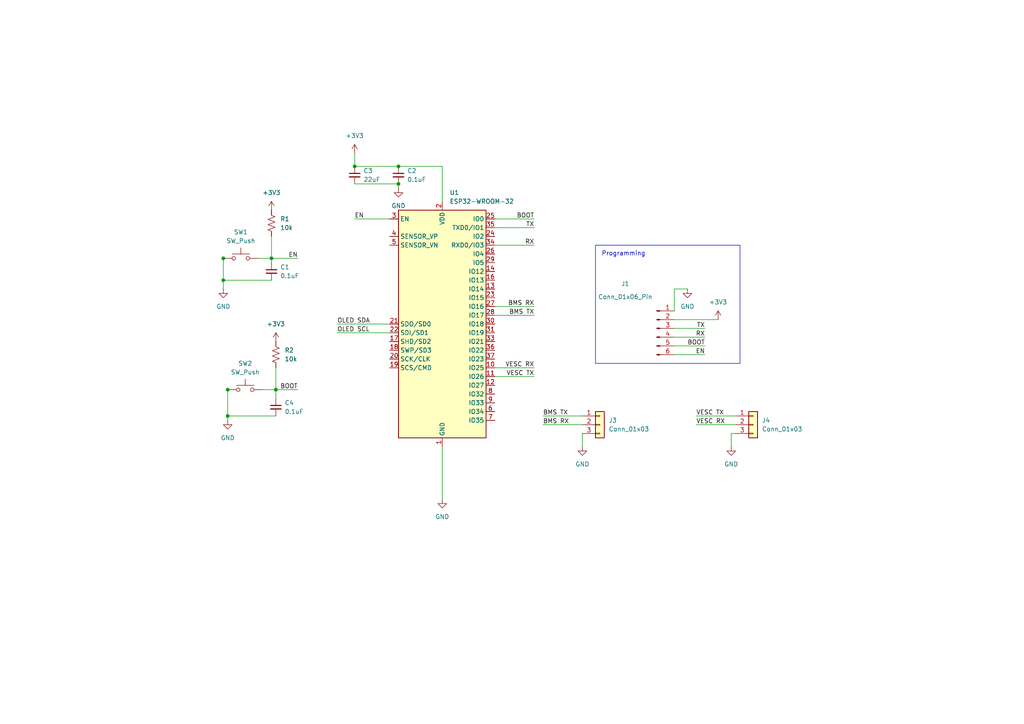
<source format=kicad_sch>
(kicad_sch (version 20250114) (generator "eeschema") (generator_version "9.0")
  (paper "A4")
  (lib_symbols
    (symbol "Connector:Conn_01x06_Pin" (pin_names (offset 1.016) (hide yes))
      (property "Reference" "J" (at 0 7.62 0))
      (property "Value" "Conn_01x06_Pin" (at 0 -10.16 0))
      (symbol "Conn_01x06_Pin_1_1"
        (rectangle (start 0.8636 5.207) (end 0 4.953) (stroke (width 0.1524)) (fill (type outline)))
        (rectangle (start 0.8636 2.667) (end 0 2.413) (stroke (width 0.1524)) (fill (type outline)))
        (rectangle (start 0.8636 0.127) (end 0 -0.127) (stroke (width 0.1524)) (fill (type outline)))
        (rectangle (start 0.8636 -2.413) (end 0 -2.667) (stroke (width 0.1524)) (fill (type outline)))
        (rectangle (start 0.8636 -4.953) (end 0 -5.207) (stroke (width 0.1524)) (fill (type outline)))
        (rectangle (start 0.8636 -7.493) (end 0 -7.747) (stroke (width 0.1524)) (fill (type outline)))
        (polyline (pts (xy 1.27 5.08) (xy 0.8636 5.08)) (stroke (width 0.1524)))
        (polyline (pts (xy 1.27 2.54) (xy 0.8636 2.54)) (stroke (width 0.1524)))
        (polyline (pts (xy 1.27 0) (xy 0.8636 0)) (stroke (width 0.1524)))
        (polyline (pts (xy 1.27 -2.54) (xy 0.8636 -2.54)) (stroke (width 0.1524)))
        (polyline (pts (xy 1.27 -5.08) (xy 0.8636 -5.08)) (stroke (width 0.1524)))
        (polyline (pts (xy 1.27 -7.62) (xy 0.8636 -7.62)) (stroke (width 0.1524)))
        (pin passive line (at 5.08 5.08 180) (length 3.81) (name "Pin_1") (number "1"))
        (pin passive line (at 5.08 2.54 180) (length 3.81) (name "Pin_2") (number "2"))
        (pin passive line (at 5.08 0 180) (length 3.81) (name "Pin_3") (number "3"))
        (pin passive line (at 5.08 -2.54 180) (length 3.81) (name "Pin_4") (number "4"))
        (pin passive line (at 5.08 -5.08 180) (length 3.81) (name "Pin_5") (number "5"))
        (pin passive line (at 5.08 -7.62 180) (length 3.81) (name "Pin_6") (number "6"))
      )
    )
    (symbol "Connector_Generic:Conn_01x03" (pin_names (offset 1.016) (hide yes))
      (property "Reference" "J" (at 0 5.08 0))
      (property "Value" "Conn_01x03" (at 0 -5.08 0))
      (symbol "Conn_01x03_1_1"
        (rectangle (start -1.27 3.81) (end 1.27 -3.81) (stroke (width 0.254)) (fill (type background)))
        (rectangle (start -1.27 2.667) (end 0 2.413) (stroke (width 0.1524)))
        (rectangle (start -1.27 0.127) (end 0 -0.127) (stroke (width 0.1524)))
        (rectangle (start -1.27 -2.413) (end 0 -2.667) (stroke (width 0.1524)))
        (pin passive line (at -5.08 2.54 0) (length 3.81) (name "Pin_1") (number "1"))
        (pin passive line (at -5.08 0 0) (length 3.81) (name "Pin_2") (number "2"))
        (pin passive line (at -5.08 -2.54 0) (length 3.81) (name "Pin_3") (number "3"))
      )
    )
    (symbol "Device:C_Small" (pin_numbers (hide yes)) (pin_names (offset 0.254) (hide yes))
      (property "Reference" "C" (at 0.254 1.778 0))
      (property "Value" "C_Small" (at 0.254 -2.032 0))
      (symbol "C_Small_0_1"
        (polyline (pts (xy -1.524 0.508) (xy 1.524 0.508)) (stroke (width 0.3048)))
        (polyline (pts (xy -1.524 -0.508) (xy 1.524 -0.508)) (stroke (width 0.3302)))
      )
      (symbol "C_Small_1_1"
        (pin passive line (at 0 2.54 270) (length 2.032) (name "~") (number "1"))
        (pin passive line (at 0 -2.54 90) (length 2.032) (name "~") (number "2"))
      )
    )
    (symbol "Device:R_US" (pin_numbers (hide yes)) (pin_names (offset 0))
      (property "Reference" "R" (at 2.54 0 90))
      (property "Value" "R_US" (at -2.54 0 90))
      (symbol "R_US_0_1"
        (polyline (pts (xy 0 2.286) (xy 0 2.54)))
        (polyline (pts (xy 0 2.286) (xy 1.016 1.905) (xy 0 1.524) (xy -1.016 1.143) (xy 0 0.762)))
        (polyline (pts (xy 0 0.762) (xy 1.016 0.381) (xy 0 0) (xy -1.016 -0.381) (xy 0 -0.762)))
        (polyline (pts (xy 0 -0.762) (xy 1.016 -1.143) (xy 0 -1.524) (xy -1.016 -1.905) (xy 0 -2.286)))
        (polyline (pts (xy 0 -2.286) (xy 0 -2.54)))
      )
      (symbol "R_US_1_1"
        (pin passive line (at 0 3.81 270) (length 1.27) (name "~") (number "1"))
        (pin passive line (at 0 -3.81 90) (length 1.27) (name "~") (number "2"))
      )
    )
    (symbol "RF_Module:ESP32-WROOM-32"
      (property "Reference" "U" (at -12.7 34.29 0))
      (property "Value" "ESP32-WROOM-32" (at 1.27 34.29 0))
      (symbol "ESP32-WROOM-32_0_1"
        (rectangle (start -12.7 33.02) (end 12.7 -33.02) (stroke (width 0.254)) (fill (type background)))
      )
      (symbol "ESP32-WROOM-32_1_1"
        (pin input line (at -15.24 30.48 0) (length 2.54) (name "EN") (number "3"))
        (pin input line (at -15.24 25.4 0) (length 2.54) (name "SENSOR_VP") (number "4"))
        (pin input line (at -15.24 22.86 0) (length 2.54) (name "SENSOR_VN") (number "5"))
        (pin bidirectional line (at -15.24 0 0) (length 2.54) (name "SDO/SD0") (number "21"))
        (pin bidirectional line (at -15.24 -2.54 0) (length 2.54) (name "SDI/SD1") (number "22"))
        (pin bidirectional line (at -15.24 -5.08 0) (length 2.54) (name "SHD/SD2") (number "17"))
        (pin bidirectional line (at -15.24 -7.62 0) (length 2.54) (name "SWP/SD3") (number "18"))
        (pin bidirectional line (at -15.24 -10.16 0) (length 2.54) (name "SCK/CLK") (number "20"))
        (pin bidirectional line (at -15.24 -12.7 0) (length 2.54) (name "SCS/CMD") (number "19"))
        (pin no_connect line (at -12.7 -27.94 0) (length 2.54) (hide yes) (name "NC") (number "32"))
        (pin power_in line (at 0 35.56 270) (length 2.54) (name "VDD") (number "2"))
        (pin power_in line (at 0 -35.56 90) (length 2.54) (name "GND") (number "1"))
        (pin passive line (at 0 -35.56 90) (length 2.54) (hide yes) (name "GND") (number "15"))
        (pin passive line (at 0 -35.56 90) (length 2.54) (hide yes) (name "GND") (number "38"))
        (pin passive line (at 0 -35.56 90) (length 2.54) (hide yes) (name "GND") (number "39"))
        (pin bidirectional line (at 15.24 30.48 180) (length 2.54) (name "IO0") (number "25"))
        (pin bidirectional line (at 15.24 27.94 180) (length 2.54) (name "TXD0/IO1") (number "35"))
        (pin bidirectional line (at 15.24 25.4 180) (length 2.54) (name "IO2") (number "24"))
        (pin bidirectional line (at 15.24 22.86 180) (length 2.54) (name "RXD0/IO3") (number "34"))
        (pin bidirectional line (at 15.24 20.32 180) (length 2.54) (name "IO4") (number "26"))
        (pin bidirectional line (at 15.24 17.78 180) (length 2.54) (name "IO5") (number "29"))
        (pin bidirectional line (at 15.24 15.24 180) (length 2.54) (name "IO12") (number "14"))
        (pin bidirectional line (at 15.24 12.7 180) (length 2.54) (name "IO13") (number "16"))
        (pin bidirectional line (at 15.24 10.16 180) (length 2.54) (name "IO14") (number "13"))
        (pin bidirectional line (at 15.24 7.62 180) (length 2.54) (name "IO15") (number "23"))
        (pin bidirectional line (at 15.24 5.08 180) (length 2.54) (name "IO16") (number "27"))
        (pin bidirectional line (at 15.24 2.54 180) (length 2.54) (name "IO17") (number "28"))
        (pin bidirectional line (at 15.24 0 180) (length 2.54) (name "IO18") (number "30"))
        (pin bidirectional line (at 15.24 -2.54 180) (length 2.54) (name "IO19") (number "31"))
        (pin bidirectional line (at 15.24 -5.08 180) (length 2.54) (name "IO21") (number "33"))
        (pin bidirectional line (at 15.24 -7.62 180) (length 2.54) (name "IO22") (number "36"))
        (pin bidirectional line (at 15.24 -10.16 180) (length 2.54) (name "IO23") (number "37"))
        (pin bidirectional line (at 15.24 -12.7 180) (length 2.54) (name "IO25") (number "10"))
        (pin bidirectional line (at 15.24 -15.24 180) (length 2.54) (name "IO26") (number "11"))
        (pin bidirectional line (at 15.24 -17.78 180) (length 2.54) (name "IO27") (number "12"))
        (pin bidirectional line (at 15.24 -20.32 180) (length 2.54) (name "IO32") (number "8"))
        (pin bidirectional line (at 15.24 -22.86 180) (length 2.54) (name "IO33") (number "9"))
        (pin input line (at 15.24 -25.4 180) (length 2.54) (name "IO34") (number "6"))
        (pin input line (at 15.24 -27.94 180) (length 2.54) (name "IO35") (number "7"))
      )
    )
    (symbol "Switch:SW_Push" (pin_numbers (hide yes)) (pin_names (offset 1.016) (hide yes))
      (property "Reference" "SW" (at 1.27 2.54 0))
      (property "Value" "SW_Push" (at 0 -1.524 0))
      (symbol "SW_Push_0_1"
        (circle (center -2.032 0) (radius 0.508))
        (polyline (pts (xy 0 1.27) (xy 0 3.048)))
        (circle (center 2.032 0) (radius 0.508))
        (polyline (pts (xy 2.54 1.27) (xy -2.54 1.27)))
        (pin passive line (at -5.08 0 0) (length 2.54) (name "1") (number "1"))
        (pin passive line (at 5.08 0 180) (length 2.54) (name "2") (number "2"))
      )
    )
    (symbol "power:+3V3" (power) (pin_numbers (hide yes)) (pin_names (offset 0) (hide yes))
      (property "Value" "+3V3" (at 0 3.556 0))
      (symbol "+3V3_0_1"
        (polyline (pts (xy -0.762 1.27) (xy 0 2.54)))
        (polyline (pts (xy 0 2.54) (xy 0.762 1.27)))
        (polyline (pts (xy 0 0) (xy 0 2.54)))
      )
      (symbol "+3V3_1_1"
        (pin power_in line (at 0 0 90) (length 0) (name "~") (number "1"))
      )
    )
    (symbol "power:GND" (power) (pin_numbers (hide yes)) (pin_names (offset 0) (hide yes))
      (property "Value" "GND" (at 0 -3.81 0))
      (symbol "GND_0_1"
        (polyline (pts (xy 0 0) (xy 0 -1.27) (xy 1.27 -1.27) (xy 0 -2.54) (xy -1.27 -1.27) (xy 0 -1.27)))
      )
      (symbol "GND_1_1"
        (pin power_in line (at 0 0 270) (length 0) (name "~") (number "1"))
      )
    )
  )
  (rectangle (start 172.72 71.12) (end 214.63 105.41))
  (text "Programming" (at 180.848 73.66 0) (effects (font (size 1.27 1.27))))
  (junction (at 80.01 113.03))
  (junction (at 64.77 81.28))
  (junction (at 66.04 113.03))
  (junction (at 64.77 74.93))
  (junction (at 115.57 53.34))
  (junction (at 102.87 48.26))
  (junction (at 78.74 74.93))
  (junction (at 66.04 120.65))
  (junction (at 115.57 48.26))
  (wire (pts (xy 66.04 113.03) (xy 66.04 120.65)))
  (wire (pts (xy 78.74 74.93) (xy 86.36 74.93)))
  (wire (pts (xy 143.51 66.04) (xy 154.94 66.04)))
  (wire (pts (xy 195.58 102.87) (xy 204.47 102.87)))
  (wire (pts (xy 102.87 53.34) (xy 115.57 53.34)))
  (wire (pts (xy 78.74 81.28) (xy 64.77 81.28)))
  (wire (pts (xy 143.51 88.9) (xy 154.94 88.9)))
  (wire (pts (xy 97.79 93.98) (xy 113.03 93.98)))
  (wire (pts (xy 195.58 100.33) (xy 204.47 100.33)))
  (wire (pts (xy 143.51 63.5) (xy 154.94 63.5)))
  (wire (pts (xy 64.77 81.28) (xy 64.77 83.82)))
  (wire (pts (xy 195.58 95.25) (xy 204.47 95.25)))
  (wire (pts (xy 157.48 123.19) (xy 168.91 123.19)))
  (wire (pts (xy 102.87 48.26) (xy 115.57 48.26)))
  (wire (pts (xy 80.01 113.03) (xy 86.36 113.03)))
  (wire (pts (xy 66.04 113.03) (xy 67.31 113.03)))
  (wire (pts (xy 66.04 120.65) (xy 80.01 120.65)))
  (wire (pts (xy 66.04 120.65) (xy 66.04 121.92)))
  (wire (pts (xy 97.79 96.52) (xy 113.03 96.52)))
  (wire (pts (xy 143.51 71.12) (xy 154.94 71.12)))
  (wire (pts (xy 64.77 81.28) (xy 64.77 74.93)))
  (wire (pts (xy 195.58 97.79) (xy 204.47 97.79)))
  (wire (pts (xy 128.27 129.54) (xy 128.27 144.78)))
  (wire (pts (xy 195.58 92.71) (xy 208.28 92.71)))
  (wire (pts (xy 80.01 113.03) (xy 76.2 113.03)))
  (wire (pts (xy 102.87 63.5) (xy 113.03 63.5)))
  (wire (pts (xy 143.51 109.22) (xy 154.94 109.22)))
  (wire (pts (xy 212.09 125.73) (xy 213.36 125.73)))
  (wire (pts (xy 195.58 83.82) (xy 199.39 83.82)))
  (wire (pts (xy 195.58 90.17) (xy 195.58 83.82)))
  (wire (pts (xy 128.27 48.26) (xy 128.27 58.42)))
  (wire (pts (xy 74.93 74.93) (xy 78.74 74.93)))
  (wire (pts (xy 115.57 53.34) (xy 115.57 54.61)))
  (wire (pts (xy 212.09 129.54) (xy 212.09 125.73)))
  (wire (pts (xy 78.74 68.58) (xy 78.74 74.93)))
  (wire (pts (xy 168.91 129.54) (xy 168.91 125.73)))
  (wire (pts (xy 143.51 106.68) (xy 154.94 106.68)))
  (wire (pts (xy 64.77 74.93) (xy 66.04 74.93)))
  (wire (pts (xy 78.74 74.93) (xy 78.74 76.2)))
  (wire (pts (xy 157.48 120.65) (xy 168.91 120.65)))
  (wire (pts (xy 115.57 48.26) (xy 128.27 48.26)))
  (wire (pts (xy 201.93 120.65) (xy 213.36 120.65)))
  (wire (pts (xy 102.87 44.45) (xy 102.87 48.26)))
  (wire (pts (xy 143.51 91.44) (xy 154.94 91.44)))
  (wire (pts (xy 80.01 113.03) (xy 80.01 115.57)))
  (wire (pts (xy 80.01 106.68) (xy 80.01 113.03)))
  (wire (pts (xy 201.93 123.19) (xy 213.36 123.19)))
  (label "BOOT" (at 204.47 100.33 180))
  (label "BMS TX" (at 154.94 91.44 180))
  (label "EN" (at 86.36 74.93 180))
  (label "VESC TX" (at 154.94 109.22 180))
  (label "VESC RX" (at 201.93 123.19 0))
  (label "VESC TX" (at 201.93 120.65 0))
  (label "TX" (at 204.47 95.25 180))
  (label "BMS RX" (at 154.94 88.9 180))
  (label "OLED SCL" (at 97.79 96.52 0))
  (label "OLED SDA" (at 97.79 93.98 0))
  (label "EN" (at 204.47 102.87 180))
  (label "VESC RX" (at 154.94 106.68 180))
  (label "RX" (at 154.94 71.12 180))
  (label "BMS TX" (at 157.48 120.65 0))
  (label "TX" (at 154.94 66.04 180))
  (label "RX" (at 204.47 97.79 180))
  (label "BOOT" (at 154.94 63.5 180))
  (label "EN" (at 102.87 63.5 0))
  (label "BMS RX" (at 157.48 123.19 0))
  (label "BOOT" (at 86.36 113.03 180))
  (symbol (lib_id "Switch:SW_Push") (at 71.12 113.03 0) (unit 1)
    (property "Reference" "SW2" (at 71.12 105.41 0))
    (property "Value" "SW_Push" (at 71.12 107.95 0))
    (property "Description" "Push button switch, generic, two pins" (effects (hide yes)))
  )
  (symbol (lib_id "Connector:Conn_01x06_Pin") (at 190.5 95.25 0) (unit 1)
    (property "Reference" "J1" (at 181.356 82.296 0))
    (property "Value" "Conn_01x06_Pin" (at 181.356 86.106 0))
    (property "Description" "Generic connector, single row, 01x06, script generated" (effects (hide yes)))
  )
  (symbol (lib_id "power:+3V3") (at 102.87 44.45 0) (unit 1)
    (property "Reference" "#PWR01" (effects (hide yes)))
    (property "Value" "+3V3" (at 102.87 39.37 0))
    (property "Description" "Power symbol creates a global label with name \"+3V3\"" (effects (hide yes)))
  )
  (symbol (lib_id "power:+3V3") (at 80.01 99.06 0) (unit 1)
    (property "Reference" "#PWR012" (effects (hide yes)))
    (property "Value" "+3V3" (at 80.01 93.98 0))
    (property "Description" "Power symbol creates a global label with name \"+3V3\"" (effects (hide yes)))
  )
  (symbol (lib_id "Connector_Generic:Conn_01x03") (at 173.99 123.19 0) (unit 1)
    (property "Reference" "J3" (at 176.53 121.9199 0) (effects (justify left)))
    (property "Value" "Conn_01x03" (at 176.53 124.4599 0) (effects (justify left)))
    (property "Description" "Generic connector, single row, 01x03, script generated (kicad-library-utils/schlib/autogen/connector/)" (effects (hide yes)))
  )
  (symbol (lib_id "Device:C_Small") (at 102.87 50.8 0) (unit 1)
    (property "Reference" "C3" (at 105.41 49.5362 0) (effects (justify left)))
    (property "Value" "22uF" (at 105.41 52.0762 0) (effects (justify left)))
    (property "Description" "Unpolarized capacitor, small symbol" (effects (hide yes)))
  )
  (symbol (lib_id "power:GND") (at 128.27 144.78 0) (unit 1)
    (property "Reference" "#PWR02" (effects (hide yes)))
    (property "Value" "GND" (at 128.27 149.86 0))
    (property "Description" "Power symbol creates a global label with name \"GND\" , ground" (effects (hide yes)))
  )
  (symbol (lib_id "power:GND") (at 199.39 83.82 0) (unit 1)
    (property "Reference" "#PWR09" (effects (hide yes)))
    (property "Value" "GND" (at 199.39 88.9 0))
    (property "Description" "Power symbol creates a global label with name \"GND\" , ground" (effects (hide yes)))
  )
  (symbol (lib_id "power:+3V3") (at 78.74 60.96 0) (unit 1)
    (property "Reference" "#PWR013" (effects (hide yes)))
    (property "Value" "+3V3" (at 78.74 55.88 0))
    (property "Description" "Power symbol creates a global label with name \"+3V3\"" (effects (hide yes)))
  )
  (symbol (lib_id "Device:C_Small") (at 80.01 118.11 0) (unit 1)
    (property "Reference" "C4" (at 82.55 116.8462 0) (effects (justify left)))
    (property "Value" "0.1uF" (at 82.55 119.3862 0) (effects (justify left)))
    (property "Description" "Unpolarized capacitor, small symbol" (effects (hide yes)))
  )
  (symbol (lib_id "Connector_Generic:Conn_01x03") (at 218.44 123.19 0) (unit 1)
    (property "Reference" "J4" (at 220.98 121.9199 0) (effects (justify left)))
    (property "Value" "Conn_01x03" (at 220.98 124.4599 0) (effects (justify left)))
    (property "Description" "Generic connector, single row, 01x03, script generated (kicad-library-utils/schlib/autogen/connector/)" (effects (hide yes)))
  )
  (symbol (lib_id "power:GND") (at 212.09 129.54 0) (unit 1)
    (property "Reference" "#PWR011" (effects (hide yes)))
    (property "Value" "GND" (at 212.09 134.62 0))
    (property "Description" "Power symbol creates a global label with name \"GND\" , ground" (effects (hide yes)))
  )
  (symbol (lib_id "Device:C_Small") (at 115.57 50.8 0) (unit 1)
    (property "Reference" "C2" (at 118.11 49.5362 0) (effects (justify left)))
    (property "Value" "0.1uF" (at 118.11 52.0762 0) (effects (justify left)))
    (property "Description" "Unpolarized capacitor, small symbol" (effects (hide yes)))
  )
  (symbol (lib_id "power:GND") (at 64.77 83.82 0) (unit 1)
    (property "Reference" "#PWR03" (effects (hide yes)))
    (property "Value" "GND" (at 64.77 88.9 0))
    (property "Description" "Power symbol creates a global label with name \"GND\" , ground" (effects (hide yes)))
  )
  (symbol (lib_id "Device:R_US") (at 78.74 64.77 0) (unit 1)
    (property "Reference" "R1" (at 81.28 63.4999 0) (effects (justify left)))
    (property "Value" "10k" (at 81.28 66.0399 0) (effects (justify left)))
    (property "Footprint" "Resistor_SMD:R_0805_2012Metric" (effects (hide yes)))
    (property "Description" "Resistor, US symbol" (effects (hide yes)))
  )
  (symbol (lib_id "Device:R_US") (at 80.01 102.87 0) (unit 1)
    (property "Reference" "R2" (at 82.55 101.5999 0) (effects (justify left)))
    (property "Value" "10k" (at 82.55 104.1399 0) (effects (justify left)))
    (property "Footprint" "Resistor_SMD:R_0805_2012Metric" (effects (hide yes)))
    (property "Description" "Resistor, US symbol" (effects (hide yes)))
  )
  (symbol (lib_id "power:+3V3") (at 208.28 92.71 0) (unit 1)
    (property "Reference" "#PWR08" (effects (hide yes)))
    (property "Value" "+3V3" (at 208.28 87.63 0))
    (property "Description" "Power symbol creates a global label with name \"+3V3\"" (effects (hide yes)))
  )
  (symbol (lib_id "RF_Module:ESP32-WROOM-32") (at 128.27 93.98 0) (unit 1)
    (property "Reference" "U1" (at 130.4133 55.88 0) (effects (justify left)))
    (property "Value" "ESP32-WROOM-32" (at 130.4133 58.42 0) (effects (justify left)))
    (property "Footprint" "RF_Module:ESP32-WROOM-32" (effects (hide yes)))
    (property "Datasheet" "https://www.espressif.com/sites/default/files/documentation/esp32-wroom-32_datasheet_en.pdf" (effects (hide yes)))
    (property "Description" "RF Module, ESP32-D0WDQ6 SoC, Wi-Fi 802.11b/g/n, Bluetooth, BLE, 32-bit, 2.7-3.6V, onboard antenna, SMD" (effects (hide yes)))
  )
  (symbol (lib_id "power:GND") (at 66.04 121.92 0) (unit 1)
    (property "Reference" "#PWR05" (effects (hide yes)))
    (property "Value" "GND" (at 66.04 127 0))
    (property "Description" "Power symbol creates a global label with name \"GND\" , ground" (effects (hide yes)))
  )
  (symbol (lib_id "Switch:SW_Push") (at 69.85 74.93 0) (unit 1)
    (property "Reference" "SW1" (at 69.85 67.31 0))
    (property "Value" "SW_Push" (at 69.85 69.85 0))
    (property "Description" "Push button switch, generic, two pins" (effects (hide yes)))
  )
  (symbol (lib_id "Device:C_Small") (at 78.74 78.74 0) (unit 1)
    (property "Reference" "C1" (at 81.28 77.4762 0) (effects (justify left)))
    (property "Value" "0.1uF" (at 81.28 80.0162 0) (effects (justify left)))
    (property "Description" "Unpolarized capacitor, small symbol" (effects (hide yes)))
  )
  (symbol (lib_id "power:GND") (at 115.57 54.61 0) (unit 1)
    (property "Reference" "#PWR04" (effects (hide yes)))
    (property "Value" "GND" (at 115.57 59.69 0))
    (property "Description" "Power symbol creates a global label with name \"GND\" , ground" (effects (hide yes)))
  )
  (symbol (lib_id "power:GND") (at 168.91 129.54 0) (unit 1)
    (property "Reference" "#PWR010" (effects (hide yes)))
    (property "Value" "GND" (at 168.91 134.62 0))
    (property "Description" "Power symbol creates a global label with name \"GND\" , ground" (effects (hide yes)))
  )
)
</source>
